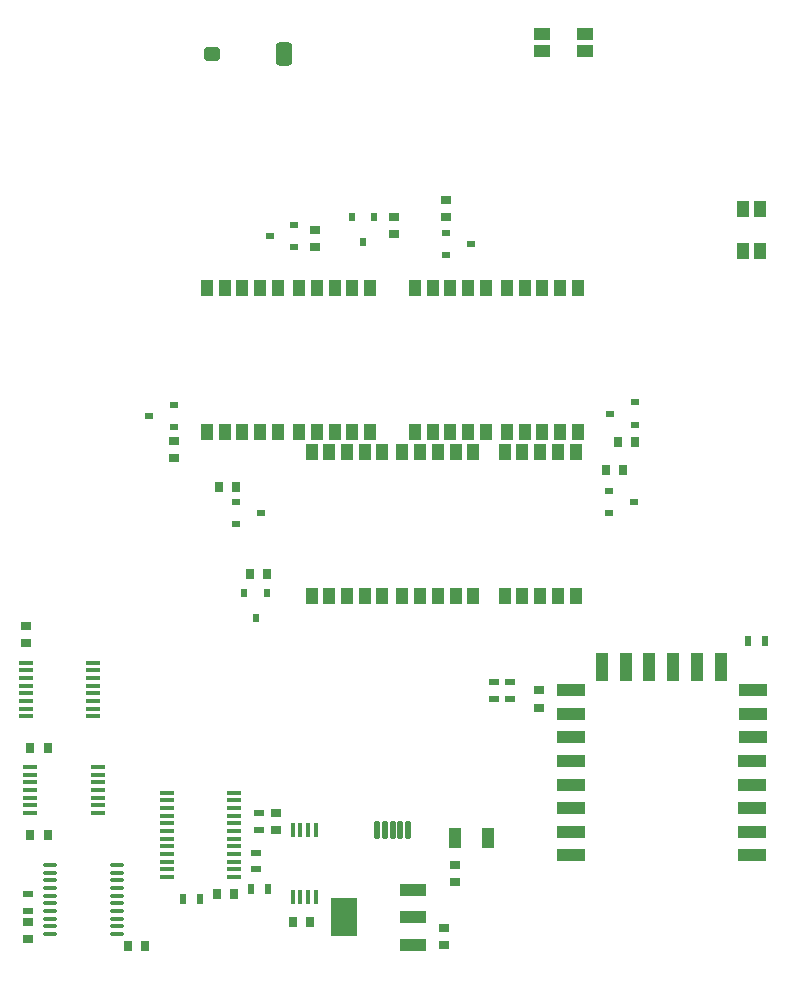
<source format=gbr>
%TF.GenerationSoftware,Altium Limited,Altium Designer,20.1.8 (145)*%
G04 Layer_Color=128*
%FSLAX43Y43*%
%MOMM*%
%TF.SameCoordinates,D169B7AB-BDD6-48C1-BF66-756871F3EBFE*%
%TF.FilePolarity,Positive*%
%TF.FileFunction,Paste,Bot*%
%TF.Part,Single*%
G01*
G75*
%TA.AperFunction,SMDPad,CuDef*%
G04:AMPARAMS|DCode=60|XSize=1.1mm|YSize=2.3mm|CornerRadius=0.006mm|HoleSize=0mm|Usage=FLASHONLY|Rotation=270.000|XOffset=0mm|YOffset=0mm|HoleType=Round|Shape=RoundedRectangle|*
%AMROUNDEDRECTD60*
21,1,1.100,2.289,0,0,270.0*
21,1,1.089,2.300,0,0,270.0*
1,1,0.011,-1.145,-0.545*
1,1,0.011,-1.145,0.545*
1,1,0.011,1.145,0.545*
1,1,0.011,1.145,-0.545*
%
%ADD60ROUNDEDRECTD60*%
G04:AMPARAMS|DCode=61|XSize=1.1mm|YSize=2.3mm|CornerRadius=0.006mm|HoleSize=0mm|Usage=FLASHONLY|Rotation=180.000|XOffset=0mm|YOffset=0mm|HoleType=Round|Shape=RoundedRectangle|*
%AMROUNDEDRECTD61*
21,1,1.100,2.289,0,0,180.0*
21,1,1.089,2.300,0,0,180.0*
1,1,0.011,-0.545,1.145*
1,1,0.011,0.545,1.145*
1,1,0.011,0.545,-1.145*
1,1,0.011,-0.545,-1.145*
%
%ADD61ROUNDEDRECTD61*%
G04:AMPARAMS|DCode=62|XSize=1.65mm|YSize=0.95mm|CornerRadius=0.005mm|HoleSize=0mm|Usage=FLASHONLY|Rotation=90.000|XOffset=0mm|YOffset=0mm|HoleType=Round|Shape=RoundedRectangle|*
%AMROUNDEDRECTD62*
21,1,1.650,0.941,0,0,90.0*
21,1,1.641,0.950,0,0,90.0*
1,1,0.010,0.470,0.820*
1,1,0.010,0.470,-0.820*
1,1,0.010,-0.470,-0.820*
1,1,0.010,-0.470,0.820*
%
%ADD62ROUNDEDRECTD62*%
%ADD63O,1.150X0.400*%
G04:AMPARAMS|DCode=64|XSize=3.25mm|YSize=2.15mm|CornerRadius=0.011mm|HoleSize=0mm|Usage=FLASHONLY|Rotation=90.000|XOffset=0mm|YOffset=0mm|HoleType=Round|Shape=RoundedRectangle|*
%AMROUNDEDRECTD64*
21,1,3.250,2.128,0,0,90.0*
21,1,3.229,2.150,0,0,90.0*
1,1,0.022,1.064,1.614*
1,1,0.022,1.064,-1.614*
1,1,0.022,-1.064,-1.614*
1,1,0.022,-1.064,1.614*
%
%ADD64ROUNDEDRECTD64*%
G04:AMPARAMS|DCode=65|XSize=1mm|YSize=2.15mm|CornerRadius=0.005mm|HoleSize=0mm|Usage=FLASHONLY|Rotation=90.000|XOffset=0mm|YOffset=0mm|HoleType=Round|Shape=RoundedRectangle|*
%AMROUNDEDRECTD65*
21,1,1.000,2.140,0,0,90.0*
21,1,0.990,2.150,0,0,90.0*
1,1,0.010,1.070,0.495*
1,1,0.010,1.070,-0.495*
1,1,0.010,-1.070,-0.495*
1,1,0.010,-1.070,0.495*
%
%ADD65ROUNDEDRECTD65*%
G04:AMPARAMS|DCode=66|XSize=0.85mm|YSize=0.6mm|CornerRadius=0.003mm|HoleSize=0mm|Usage=FLASHONLY|Rotation=180.000|XOffset=0mm|YOffset=0mm|HoleType=Round|Shape=RoundedRectangle|*
%AMROUNDEDRECTD66*
21,1,0.850,0.594,0,0,180.0*
21,1,0.844,0.600,0,0,180.0*
1,1,0.006,-0.422,0.297*
1,1,0.006,0.422,0.297*
1,1,0.006,0.422,-0.297*
1,1,0.006,-0.422,-0.297*
%
%ADD66ROUNDEDRECTD66*%
G04:AMPARAMS|DCode=67|XSize=0.85mm|YSize=0.6mm|CornerRadius=0.003mm|HoleSize=0mm|Usage=FLASHONLY|Rotation=270.000|XOffset=0mm|YOffset=0mm|HoleType=Round|Shape=RoundedRectangle|*
%AMROUNDEDRECTD67*
21,1,0.850,0.594,0,0,270.0*
21,1,0.844,0.600,0,0,270.0*
1,1,0.006,-0.297,-0.422*
1,1,0.006,-0.297,0.422*
1,1,0.006,0.297,0.422*
1,1,0.006,0.297,-0.422*
%
%ADD67ROUNDEDRECTD67*%
%ADD68O,1.200X0.400*%
%ADD69O,0.400X1.200*%
G04:AMPARAMS|DCode=70|XSize=0.55mm|YSize=0.7mm|CornerRadius=0.003mm|HoleSize=0mm|Usage=FLASHONLY|Rotation=270.000|XOffset=0mm|YOffset=0mm|HoleType=Round|Shape=RoundedRectangle|*
%AMROUNDEDRECTD70*
21,1,0.550,0.695,0,0,270.0*
21,1,0.545,0.700,0,0,270.0*
1,1,0.006,-0.347,-0.272*
1,1,0.006,-0.347,0.272*
1,1,0.006,0.347,0.272*
1,1,0.006,0.347,-0.272*
%
%ADD70ROUNDEDRECTD70*%
G04:AMPARAMS|DCode=71|XSize=0.55mm|YSize=0.7mm|CornerRadius=0.003mm|HoleSize=0mm|Usage=FLASHONLY|Rotation=180.000|XOffset=0mm|YOffset=0mm|HoleType=Round|Shape=RoundedRectangle|*
%AMROUNDEDRECTD71*
21,1,0.550,0.695,0,0,180.0*
21,1,0.545,0.700,0,0,180.0*
1,1,0.006,-0.272,0.347*
1,1,0.006,0.272,0.347*
1,1,0.006,0.272,-0.347*
1,1,0.006,-0.272,-0.347*
%
%ADD71ROUNDEDRECTD71*%
G04:AMPARAMS|DCode=72|XSize=0.45mm|YSize=1.5mm|CornerRadius=0.113mm|HoleSize=0mm|Usage=FLASHONLY|Rotation=180.000|XOffset=0mm|YOffset=0mm|HoleType=Round|Shape=RoundedRectangle|*
%AMROUNDEDRECTD72*
21,1,0.450,1.275,0,0,180.0*
21,1,0.225,1.500,0,0,180.0*
1,1,0.225,-0.113,0.638*
1,1,0.225,0.113,0.638*
1,1,0.225,0.113,-0.638*
1,1,0.225,-0.113,-0.638*
%
%ADD72ROUNDEDRECTD72*%
G04:AMPARAMS|DCode=73|XSize=0.85mm|YSize=0.5mm|CornerRadius=0.003mm|HoleSize=0mm|Usage=FLASHONLY|Rotation=0.000|XOffset=0mm|YOffset=0mm|HoleType=Round|Shape=RoundedRectangle|*
%AMROUNDEDRECTD73*
21,1,0.850,0.495,0,0,0.0*
21,1,0.845,0.500,0,0,0.0*
1,1,0.005,0.422,-0.248*
1,1,0.005,-0.422,-0.248*
1,1,0.005,-0.422,0.248*
1,1,0.005,0.422,0.248*
%
%ADD73ROUNDEDRECTD73*%
G04:AMPARAMS|DCode=74|XSize=0.85mm|YSize=0.5mm|CornerRadius=0.003mm|HoleSize=0mm|Usage=FLASHONLY|Rotation=90.000|XOffset=0mm|YOffset=0mm|HoleType=Round|Shape=RoundedRectangle|*
%AMROUNDEDRECTD74*
21,1,0.850,0.495,0,0,90.0*
21,1,0.845,0.500,0,0,90.0*
1,1,0.005,0.248,0.422*
1,1,0.005,0.248,-0.422*
1,1,0.005,-0.248,-0.422*
1,1,0.005,-0.248,0.422*
%
%ADD74ROUNDEDRECTD74*%
G04:AMPARAMS|DCode=75|XSize=1mm|YSize=1.361mm|CornerRadius=0.005mm|HoleSize=0mm|Usage=FLASHONLY|Rotation=180.000|XOffset=0mm|YOffset=0mm|HoleType=Round|Shape=RoundedRectangle|*
%AMROUNDEDRECTD75*
21,1,1.000,1.351,0,0,180.0*
21,1,0.990,1.361,0,0,180.0*
1,1,0.010,-0.495,0.676*
1,1,0.010,0.495,0.676*
1,1,0.010,0.495,-0.676*
1,1,0.010,-0.495,-0.676*
%
%ADD75ROUNDEDRECTD75*%
G04:AMPARAMS|DCode=76|XSize=1.4mm|YSize=1.05mm|CornerRadius=0.005mm|HoleSize=0mm|Usage=FLASHONLY|Rotation=270.000|XOffset=0mm|YOffset=0mm|HoleType=Round|Shape=RoundedRectangle|*
%AMROUNDEDRECTD76*
21,1,1.400,1.040,0,0,270.0*
21,1,1.390,1.050,0,0,270.0*
1,1,0.011,-0.520,-0.695*
1,1,0.011,-0.520,0.695*
1,1,0.011,0.520,0.695*
1,1,0.011,0.520,-0.695*
%
%ADD76ROUNDEDRECTD76*%
G04:AMPARAMS|DCode=77|XSize=1.4mm|YSize=1.05mm|CornerRadius=0.005mm|HoleSize=0mm|Usage=FLASHONLY|Rotation=0.000|XOffset=0mm|YOffset=0mm|HoleType=Round|Shape=RoundedRectangle|*
%AMROUNDEDRECTD77*
21,1,1.400,1.040,0,0,0.0*
21,1,1.390,1.050,0,0,0.0*
1,1,0.011,0.695,-0.520*
1,1,0.011,-0.695,-0.520*
1,1,0.011,-0.695,0.520*
1,1,0.011,0.695,0.520*
%
%ADD77ROUNDEDRECTD77*%
G04:AMPARAMS|DCode=78|XSize=1.4mm|YSize=1.2mm|CornerRadius=0.3mm|HoleSize=0mm|Usage=FLASHONLY|Rotation=180.000|XOffset=0mm|YOffset=0mm|HoleType=Round|Shape=RoundedRectangle|*
%AMROUNDEDRECTD78*
21,1,1.400,0.600,0,0,180.0*
21,1,0.800,1.200,0,0,180.0*
1,1,0.600,-0.400,0.300*
1,1,0.600,0.400,0.300*
1,1,0.600,0.400,-0.300*
1,1,0.600,-0.400,-0.300*
%
%ADD78ROUNDEDRECTD78*%
G04:AMPARAMS|DCode=79|XSize=1.4mm|YSize=2mm|CornerRadius=0.35mm|HoleSize=0mm|Usage=FLASHONLY|Rotation=180.000|XOffset=0mm|YOffset=0mm|HoleType=Round|Shape=RoundedRectangle|*
%AMROUNDEDRECTD79*
21,1,1.400,1.300,0,0,180.0*
21,1,0.700,2.000,0,0,180.0*
1,1,0.700,-0.350,0.650*
1,1,0.700,0.350,0.650*
1,1,0.700,0.350,-0.650*
1,1,0.700,-0.350,-0.650*
%
%ADD79ROUNDEDRECTD79*%
D60*
X1062975Y1009056D02*
D03*
Y1011037D02*
D03*
Y1013069D02*
D03*
Y1015050D02*
D03*
Y1017057D02*
D03*
X1063000Y1019063D02*
D03*
Y1021044D02*
D03*
X1047579Y1023026D02*
D03*
Y1019038D02*
D03*
Y1017057D02*
D03*
Y1015025D02*
D03*
Y1013043D02*
D03*
Y1011037D02*
D03*
X1063000Y1023051D02*
D03*
X1047579Y1021019D02*
D03*
Y1009056D02*
D03*
D61*
X1060281Y1025008D02*
D03*
X1058249D02*
D03*
X1056268D02*
D03*
X1054236D02*
D03*
X1052255D02*
D03*
X1050273D02*
D03*
D62*
X1037833Y1010500D02*
D03*
X1040633D02*
D03*
D63*
X1003548Y1002407D02*
D03*
Y1003057D02*
D03*
Y1003707D02*
D03*
Y1004357D02*
D03*
Y1005007D02*
D03*
Y1005657D02*
D03*
Y1006307D02*
D03*
Y1006957D02*
D03*
Y1007607D02*
D03*
Y1008257D02*
D03*
X1009148Y1002407D02*
D03*
Y1003057D02*
D03*
Y1003707D02*
D03*
Y1004357D02*
D03*
Y1005007D02*
D03*
Y1005657D02*
D03*
Y1006307D02*
D03*
Y1006957D02*
D03*
Y1007607D02*
D03*
Y1008257D02*
D03*
D64*
X1028375Y1003800D02*
D03*
D65*
X1034225Y1001500D02*
D03*
Y1003800D02*
D03*
Y1006100D02*
D03*
D66*
X1001466Y1028499D02*
D03*
Y1027049D02*
D03*
X1037048Y1064531D02*
D03*
Y1063081D02*
D03*
X1013997Y1044137D02*
D03*
Y1042687D02*
D03*
X1025974Y1061978D02*
D03*
Y1060528D02*
D03*
X1032650Y1063125D02*
D03*
Y1061675D02*
D03*
X1037833Y1008250D02*
D03*
Y1006800D02*
D03*
X1036825Y1002950D02*
D03*
Y1001500D02*
D03*
X1022604Y1011230D02*
D03*
Y1012680D02*
D03*
X1044950Y1023026D02*
D03*
Y1021576D02*
D03*
X1001641Y1001937D02*
D03*
Y1003387D02*
D03*
D67*
X1019104Y1005774D02*
D03*
X1017654D02*
D03*
X1051999Y1041647D02*
D03*
X1050549D02*
D03*
X1020424Y1032881D02*
D03*
X1021874D02*
D03*
X1051608Y1044052D02*
D03*
X1053058D02*
D03*
X1019265Y1040257D02*
D03*
X1017815D02*
D03*
X1011542Y1001421D02*
D03*
X1010092D02*
D03*
X1025492Y1003400D02*
D03*
X1024042D02*
D03*
X1001847Y1010793D02*
D03*
X1003297D02*
D03*
Y1018159D02*
D03*
X1001847D02*
D03*
D68*
X1013404Y1007218D02*
D03*
Y1007868D02*
D03*
Y1008518D02*
D03*
Y1009168D02*
D03*
Y1009818D02*
D03*
Y1010468D02*
D03*
Y1011118D02*
D03*
Y1011768D02*
D03*
Y1012418D02*
D03*
Y1013068D02*
D03*
Y1013718D02*
D03*
Y1014368D02*
D03*
X1019104Y1007218D02*
D03*
Y1007868D02*
D03*
Y1008518D02*
D03*
Y1009168D02*
D03*
Y1009818D02*
D03*
Y1010468D02*
D03*
Y1011118D02*
D03*
Y1011768D02*
D03*
Y1012418D02*
D03*
Y1013068D02*
D03*
Y1013718D02*
D03*
Y1014368D02*
D03*
X1001847Y1012653D02*
D03*
Y1013303D02*
D03*
Y1013953D02*
D03*
Y1014603D02*
D03*
Y1015253D02*
D03*
Y1015903D02*
D03*
Y1016553D02*
D03*
X1007547Y1012653D02*
D03*
Y1013303D02*
D03*
Y1013953D02*
D03*
Y1014603D02*
D03*
Y1015253D02*
D03*
Y1015903D02*
D03*
Y1016553D02*
D03*
X1007166Y1025387D02*
D03*
Y1024737D02*
D03*
Y1024087D02*
D03*
Y1023437D02*
D03*
Y1022787D02*
D03*
Y1022137D02*
D03*
Y1021487D02*
D03*
Y1020837D02*
D03*
X1001466Y1025387D02*
D03*
Y1024737D02*
D03*
Y1024087D02*
D03*
Y1023437D02*
D03*
Y1022787D02*
D03*
Y1022137D02*
D03*
Y1021487D02*
D03*
Y1020837D02*
D03*
D69*
X1025992Y1005530D02*
D03*
X1025342D02*
D03*
X1024692D02*
D03*
X1024042D02*
D03*
X1025992Y1011230D02*
D03*
X1025342D02*
D03*
X1024692D02*
D03*
X1024042D02*
D03*
D70*
X1039148Y1060831D02*
D03*
X1037048Y1061781D02*
D03*
Y1059881D02*
D03*
X1052959Y1038981D02*
D03*
X1050859Y1039931D02*
D03*
Y1038031D02*
D03*
X1011897Y1046270D02*
D03*
X1013997Y1045320D02*
D03*
Y1047220D02*
D03*
X1022100Y1061478D02*
D03*
X1024200Y1060528D02*
D03*
Y1062428D02*
D03*
X1050958Y1046460D02*
D03*
X1053058Y1045510D02*
D03*
Y1047410D02*
D03*
X1021365Y1038037D02*
D03*
X1019265Y1038987D02*
D03*
Y1037087D02*
D03*
D71*
X1020924Y1029164D02*
D03*
X1021874Y1031264D02*
D03*
X1019974D02*
D03*
X1030000Y1061025D02*
D03*
X1030950Y1063125D02*
D03*
X1029050D02*
D03*
D72*
X1033160Y1011234D02*
D03*
X1033810D02*
D03*
X1031860D02*
D03*
X1031210D02*
D03*
X1032510D02*
D03*
D73*
X1020975Y1007868D02*
D03*
Y1009268D02*
D03*
X1021207Y1011230D02*
D03*
Y1012630D02*
D03*
X1041075Y1022333D02*
D03*
Y1023733D02*
D03*
X1001650Y1004357D02*
D03*
Y1005757D02*
D03*
X1042451Y1022333D02*
D03*
Y1023733D02*
D03*
D74*
X1064025Y1027200D02*
D03*
X1062625D02*
D03*
X1016185Y1005387D02*
D03*
X1014785D02*
D03*
X1020527Y1006169D02*
D03*
X1021927D02*
D03*
D75*
X1038900Y1044918D02*
D03*
X1037400D02*
D03*
X1035900D02*
D03*
X1034400D02*
D03*
X1040400D02*
D03*
X1038900Y1057082D02*
D03*
X1035900D02*
D03*
X1037400D02*
D03*
X1034400D02*
D03*
X1040400D02*
D03*
X1029100Y1044918D02*
D03*
X1027600D02*
D03*
X1026100D02*
D03*
X1024600D02*
D03*
X1030600D02*
D03*
X1029100Y1057082D02*
D03*
X1026100D02*
D03*
X1027600D02*
D03*
X1024600D02*
D03*
X1030600D02*
D03*
X1046501Y1031018D02*
D03*
X1045001D02*
D03*
X1043501D02*
D03*
X1042001D02*
D03*
X1048001D02*
D03*
X1046501Y1043182D02*
D03*
X1043501D02*
D03*
X1045001D02*
D03*
X1042001D02*
D03*
X1048001D02*
D03*
X1046700Y1044918D02*
D03*
X1045200D02*
D03*
X1043700D02*
D03*
X1042200D02*
D03*
X1048200D02*
D03*
X1046700Y1057082D02*
D03*
X1043700D02*
D03*
X1045200D02*
D03*
X1042200D02*
D03*
X1048200D02*
D03*
X1037850Y1031018D02*
D03*
X1036350D02*
D03*
X1034850D02*
D03*
X1033350D02*
D03*
X1039350D02*
D03*
X1037850Y1043182D02*
D03*
X1034850D02*
D03*
X1036350D02*
D03*
X1033350D02*
D03*
X1039350D02*
D03*
X1030150Y1031018D02*
D03*
X1028650D02*
D03*
X1027150D02*
D03*
X1025650D02*
D03*
X1031650D02*
D03*
X1030150Y1043182D02*
D03*
X1027150D02*
D03*
X1028650D02*
D03*
X1025650D02*
D03*
X1031650D02*
D03*
X1021300Y1044918D02*
D03*
X1019800D02*
D03*
X1018300D02*
D03*
X1016800D02*
D03*
X1022800D02*
D03*
X1021300Y1057082D02*
D03*
X1018300D02*
D03*
X1019800D02*
D03*
X1016800D02*
D03*
X1022800D02*
D03*
D76*
X1062186Y1060200D02*
D03*
X1063636D02*
D03*
Y1063800D02*
D03*
X1062186D02*
D03*
D77*
X1048800Y1077183D02*
D03*
Y1078633D02*
D03*
X1045200D02*
D03*
Y1077183D02*
D03*
D78*
X1017200Y1076925D02*
D03*
D79*
X1023300D02*
D03*
%TF.MD5,b07d3bf9fe02eb1c65486b22762a877c*%
M02*

</source>
